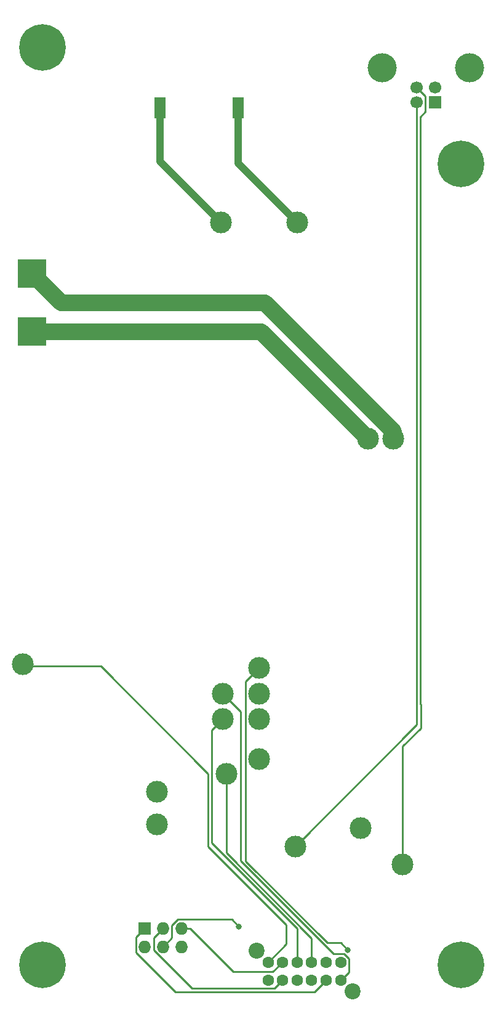
<source format=gbr>
G04 #@! TF.GenerationSoftware,KiCad,Pcbnew,6.0.2+dfsg-1*
G04 #@! TF.CreationDate,2022-12-26T21:57:54-05:00*
G04 #@! TF.ProjectId,RUSP_TestBoard,52555350-5f54-4657-9374-426f6172642e,rev?*
G04 #@! TF.SameCoordinates,Original*
G04 #@! TF.FileFunction,Copper,L1,Top*
G04 #@! TF.FilePolarity,Positive*
%FSLAX46Y46*%
G04 Gerber Fmt 4.6, Leading zero omitted, Abs format (unit mm)*
G04 Created by KiCad (PCBNEW 6.0.2+dfsg-1) date 2022-12-26 21:57:54*
%MOMM*%
%LPD*%
G01*
G04 APERTURE LIST*
G04 #@! TA.AperFunction,ComponentPad*
%ADD10C,3.000000*%
G04 #@! TD*
G04 #@! TA.AperFunction,ComponentPad*
%ADD11C,6.400000*%
G04 #@! TD*
G04 #@! TA.AperFunction,ComponentPad*
%ADD12C,2.200000*%
G04 #@! TD*
G04 #@! TA.AperFunction,ComponentPad*
%ADD13C,1.600000*%
G04 #@! TD*
G04 #@! TA.AperFunction,SMDPad,CuDef*
%ADD14R,4.000000X4.000000*%
G04 #@! TD*
G04 #@! TA.AperFunction,SMDPad,CuDef*
%ADD15R,1.500000X3.000000*%
G04 #@! TD*
G04 #@! TA.AperFunction,ComponentPad*
%ADD16R,1.727200X1.727200*%
G04 #@! TD*
G04 #@! TA.AperFunction,ComponentPad*
%ADD17O,1.727200X1.727200*%
G04 #@! TD*
G04 #@! TA.AperFunction,ComponentPad*
%ADD18R,1.700000X1.700000*%
G04 #@! TD*
G04 #@! TA.AperFunction,ComponentPad*
%ADD19C,1.700000*%
G04 #@! TD*
G04 #@! TA.AperFunction,ComponentPad*
%ADD20C,4.000000*%
G04 #@! TD*
G04 #@! TA.AperFunction,ViaPad*
%ADD21C,0.800000*%
G04 #@! TD*
G04 #@! TA.AperFunction,Conductor*
%ADD22C,0.250000*%
G04 #@! TD*
G04 #@! TA.AperFunction,Conductor*
%ADD23C,2.300000*%
G04 #@! TD*
G04 #@! TA.AperFunction,Conductor*
%ADD24C,1.000000*%
G04 #@! TD*
G04 APERTURE END LIST*
D10*
X110250000Y-138250000D03*
X124250000Y-124750000D03*
X139250000Y-89750000D03*
X129250000Y-145750000D03*
D11*
X152000000Y-162000000D03*
D10*
X124250000Y-121250000D03*
D11*
X94500000Y-36000000D03*
D10*
X119250000Y-128250000D03*
D11*
X94500000Y-162000000D03*
D10*
X124250000Y-133750000D03*
X91750000Y-120750000D03*
X124250000Y-128250000D03*
D12*
X123900000Y-160112500D03*
X137100000Y-165712500D03*
D13*
X135500000Y-164162500D03*
X133500000Y-164162500D03*
X131500000Y-164162500D03*
X129500000Y-164162500D03*
X127500000Y-164162500D03*
X125500000Y-164162500D03*
X135500000Y-161662500D03*
X133500000Y-161662500D03*
X131500000Y-161662500D03*
X129500000Y-161662500D03*
X127500000Y-161662500D03*
X125500000Y-161662500D03*
D10*
X144000000Y-148250000D03*
D14*
X93000000Y-67000000D03*
D10*
X119250000Y-124750000D03*
D11*
X152000000Y-52000000D03*
D10*
X129500000Y-60000000D03*
X119750000Y-135750000D03*
X119000000Y-60000000D03*
D15*
X110625000Y-44250000D03*
X121375000Y-44250000D03*
D14*
X93000000Y-75000000D03*
D10*
X138250000Y-143250000D03*
X110250000Y-142750000D03*
X142750000Y-89750000D03*
D16*
X108500000Y-157000000D03*
D17*
X108500000Y-159540000D03*
X111040000Y-157000000D03*
X111040000Y-159540000D03*
X113580000Y-157000000D03*
X113580000Y-159540000D03*
D18*
X148480000Y-43510000D03*
D19*
X145980000Y-43510000D03*
X145980000Y-41510000D03*
X148480000Y-41510000D03*
D20*
X153250000Y-38800000D03*
X141210000Y-38800000D03*
D21*
X121500000Y-156750000D03*
X136500000Y-160000000D03*
D22*
X112250000Y-158330000D02*
X111040000Y-159540000D01*
X113087867Y-155811889D02*
X112250000Y-156649756D01*
X121500000Y-156750000D02*
X120561889Y-155811889D01*
X120561889Y-155811889D02*
X113087867Y-155811889D01*
X112250000Y-156649756D02*
X112250000Y-158330000D01*
X127500000Y-161662500D02*
X126162500Y-163000000D01*
X126162500Y-163000000D02*
X120750000Y-163000000D01*
X120750000Y-163000000D02*
X114750000Y-157000000D01*
X114750000Y-157000000D02*
X113580000Y-157000000D01*
X133500000Y-164162500D02*
X131925969Y-165736531D01*
X131925969Y-165736531D02*
X112736531Y-165736531D01*
X112736531Y-165736531D02*
X107311889Y-160311889D01*
X107311889Y-160311889D02*
X107311889Y-158188111D01*
X107311889Y-158188111D02*
X108500000Y-157000000D01*
X127500000Y-164162500D02*
X126375489Y-165287011D01*
X126375489Y-165287011D02*
X115037011Y-165287011D01*
X115037011Y-165287011D02*
X109750000Y-160000000D01*
X109750000Y-160000000D02*
X109750000Y-158290000D01*
X109750000Y-158290000D02*
X111040000Y-157000000D01*
D23*
X93000000Y-75000000D02*
X124500000Y-75000000D01*
X124500000Y-75000000D02*
X139250000Y-89750000D01*
X142750000Y-88750000D02*
X125000000Y-71000000D01*
X125000000Y-71000000D02*
X97000000Y-71000000D01*
X97000000Y-71000000D02*
X93000000Y-67000000D01*
X142750000Y-89750000D02*
X142750000Y-88750000D01*
D22*
X121750000Y-127250000D02*
X121750000Y-147750000D01*
X134537989Y-160537989D02*
X135965789Y-160537989D01*
X135965789Y-160537989D02*
X136624511Y-161196711D01*
X136624511Y-161196711D02*
X136624511Y-163037989D01*
X119250000Y-124750000D02*
X121750000Y-127250000D01*
X121750000Y-147750000D02*
X134537989Y-160537989D01*
X136624511Y-163037989D02*
X135500000Y-164162500D01*
X133635718Y-159000000D02*
X122425489Y-147789771D01*
X136500000Y-160000000D02*
X135500000Y-159000000D01*
X122425489Y-123074511D02*
X124250000Y-121250000D01*
X122425489Y-147789771D02*
X122425489Y-123074511D01*
X135500000Y-159000000D02*
X133635718Y-159000000D01*
X117750000Y-129750000D02*
X117750000Y-145250000D01*
X119250000Y-128250000D02*
X117750000Y-129750000D01*
X129500000Y-157000000D02*
X129500000Y-161662500D01*
X117750000Y-145250000D02*
X129500000Y-157000000D01*
X119750000Y-135750000D02*
X119750000Y-146614282D01*
X131500000Y-158364282D02*
X131500000Y-161662500D01*
X119750000Y-146614282D02*
X131500000Y-158364282D01*
X117250000Y-135750000D02*
X117250000Y-145750000D01*
X128000000Y-156500000D02*
X128000000Y-159162500D01*
X102500000Y-121000000D02*
X117250000Y-135750000D01*
X117250000Y-145750000D02*
X128000000Y-156500000D01*
X128000000Y-159162500D02*
X125500000Y-161662500D01*
X92000000Y-121000000D02*
X102500000Y-121000000D01*
X145980000Y-129020000D02*
X129250000Y-145750000D01*
X145980000Y-43510000D02*
X145980000Y-129020000D01*
X146500000Y-129500000D02*
X146500000Y-126250000D01*
X144000000Y-148250000D02*
X144000000Y-132000000D01*
X146429520Y-126179520D02*
X146429520Y-45500000D01*
X146500000Y-126250000D02*
X146429520Y-126179520D01*
X147154511Y-42684511D02*
X145980000Y-41510000D01*
X146429520Y-45500000D02*
X147154511Y-44775009D01*
X147154511Y-44775009D02*
X147154511Y-42684511D01*
X144000000Y-132000000D02*
X146500000Y-129500000D01*
D24*
X119000000Y-60000000D02*
X110625000Y-51625000D01*
X110625000Y-51625000D02*
X110625000Y-44250000D01*
X121375000Y-44250000D02*
X121375000Y-51875000D01*
X121375000Y-51875000D02*
X129500000Y-60000000D01*
M02*

</source>
